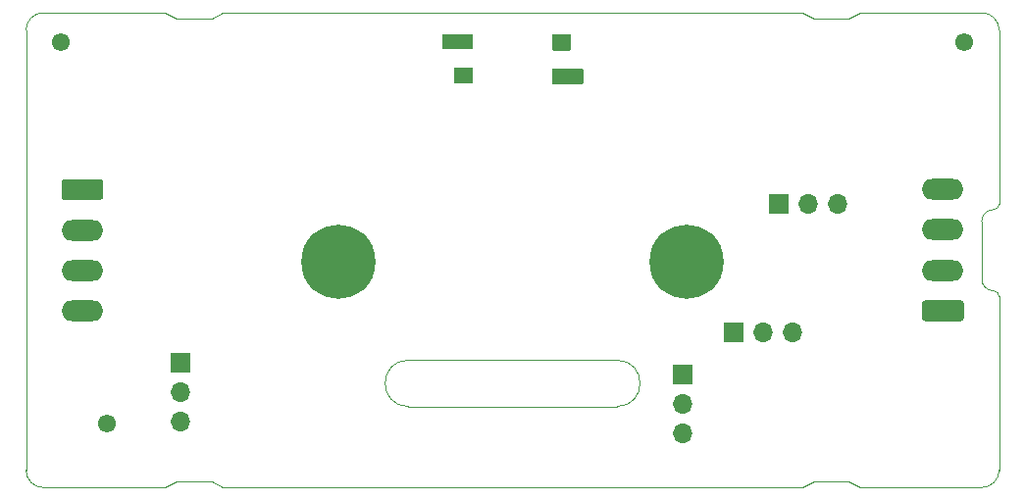
<source format=gbs>
G04 #@! TF.GenerationSoftware,KiCad,Pcbnew,6.0.11+dfsg-1*
G04 #@! TF.ProjectId,project,70726f6a-6563-4742-9e6b-696361645f70,rev?*
G04 #@! TF.SameCoordinates,Original*
G04 #@! TF.FileFunction,Soldermask,Bot*
G04 #@! TF.FilePolarity,Negative*
%FSLAX46Y46*%
G04 Gerber Fmt 4.6, Leading zero omitted, Abs format (unit mm)*
%MOMM*%
%LPD*%
G01*
G04 APERTURE LIST*
G04 #@! TA.AperFunction,Profile*
%ADD10C,0.100000*%
G04 #@! TD*
%ADD11C,1.552000*%
%ADD12O,3.600000X1.800000*%
%ADD13C,6.400000*%
%ADD14C,0.900000*%
%ADD15R,1.700000X1.700000*%
%ADD16O,1.700000X1.700000*%
G04 APERTURE END LIST*
D10*
X197262500Y-114037500D02*
X198262500Y-113537500D01*
X142262500Y-154037499D02*
X143262500Y-154537500D01*
X177262500Y-147537500D02*
G75*
G03*
X177262500Y-143537500I0J2000000D01*
G01*
X139262500Y-154037500D02*
X142262500Y-154037499D01*
X194262500Y-154037500D02*
X197262500Y-154037499D01*
X208762500Y-131537500D02*
X208762500Y-136537500D01*
X139262500Y-114037500D02*
X142262500Y-114037500D01*
X208762500Y-154537500D02*
G75*
G03*
X210262500Y-153037500I0J1500000D01*
G01*
X142262500Y-114037500D02*
X143262500Y-113537500D01*
X208762500Y-136537500D02*
G75*
G03*
X209762500Y-137537500I1000000J0D01*
G01*
X198262500Y-113537500D02*
X208762500Y-113537500D01*
X209762500Y-130537500D02*
G75*
G03*
X208762500Y-131537500I0J-1000000D01*
G01*
X138262500Y-113537500D02*
X127762500Y-113537500D01*
X126262500Y-153037500D02*
X126262500Y-115037500D01*
X210262500Y-138037500D02*
X210262500Y-153037500D01*
X127762500Y-113537500D02*
G75*
G03*
X126262500Y-115037500I0J-1500000D01*
G01*
X198262500Y-154537500D02*
X208762500Y-154537500D01*
X197262500Y-154037499D02*
X198262500Y-154537500D01*
X194262500Y-114037500D02*
X197262500Y-114037500D01*
X210262500Y-138037500D02*
G75*
G03*
X209762500Y-137537500I-500000J0D01*
G01*
X138262500Y-154537499D02*
X127762500Y-154537500D01*
X139262500Y-114037500D02*
X138262500Y-113537500D01*
X177262500Y-147537500D02*
X159262500Y-147537500D01*
X126262500Y-153037500D02*
G75*
G03*
X127762500Y-154537500I1500000J0D01*
G01*
X159262500Y-143537500D02*
X177262500Y-143537500D01*
X139262500Y-154037500D02*
X138262500Y-154537499D01*
X209762500Y-130537500D02*
G75*
G03*
X210262500Y-130037500I0J500000D01*
G01*
X210262500Y-130037500D02*
X210262500Y-115037500D01*
X159262500Y-143537500D02*
G75*
G03*
X159262500Y-147537500I0J-2000000D01*
G01*
X143262500Y-113537500D02*
X193262500Y-113537500D01*
X210262500Y-115037500D02*
G75*
G03*
X208762500Y-113537500I-1500000J0D01*
G01*
X194262500Y-154037500D02*
X193262500Y-154537499D01*
X194262500Y-114037500D02*
X193262500Y-113537500D01*
X193262500Y-154537499D02*
X143262500Y-154537500D01*
D11*
X129262500Y-116037500D03*
G36*
G01*
X173287500Y-115477500D02*
X173287500Y-116737500D01*
G75*
G02*
X173217500Y-116807500I-70000J0D01*
G01*
X171757500Y-116807500D01*
G75*
G02*
X171687500Y-116737500I0J70000D01*
G01*
X171687500Y-115477500D01*
G75*
G02*
X171757500Y-115407500I70000J0D01*
G01*
X173217500Y-115407500D01*
G75*
G02*
X173287500Y-115477500I0J-70000D01*
G01*
G37*
G36*
G01*
X164862500Y-115452500D02*
X164862500Y-116622500D01*
G75*
G02*
X164797500Y-116687500I-65000J0D01*
G01*
X162227500Y-116687500D01*
G75*
G02*
X162162500Y-116622500I0J65000D01*
G01*
X162162500Y-115452500D01*
G75*
G02*
X162227500Y-115387500I65000J0D01*
G01*
X164797500Y-115387500D01*
G75*
G02*
X164862500Y-115452500I0J-65000D01*
G01*
G37*
G36*
G01*
X174362500Y-118452500D02*
X174362500Y-119622500D01*
G75*
G02*
X174297500Y-119687500I-65000J0D01*
G01*
X171727500Y-119687500D01*
G75*
G02*
X171662500Y-119622500I0J65000D01*
G01*
X171662500Y-118452500D01*
G75*
G02*
X171727500Y-118387500I65000J0D01*
G01*
X174297500Y-118387500D01*
G75*
G02*
X174362500Y-118452500I0J-65000D01*
G01*
G37*
G36*
G01*
X164837500Y-118337500D02*
X164837500Y-119597500D01*
G75*
G02*
X164767500Y-119667500I-70000J0D01*
G01*
X163307500Y-119667500D01*
G75*
G02*
X163237500Y-119597500I0J70000D01*
G01*
X163237500Y-118337500D01*
G75*
G02*
X163307500Y-118267500I70000J0D01*
G01*
X164767500Y-118267500D01*
G75*
G02*
X164837500Y-118337500I0J-70000D01*
G01*
G37*
G36*
G01*
X206955000Y-140170000D02*
X203855000Y-140170000D01*
G75*
G02*
X203605000Y-139920000I0J250000D01*
G01*
X203605000Y-138620000D01*
G75*
G02*
X203855000Y-138370000I250000J0D01*
G01*
X206955000Y-138370000D01*
G75*
G02*
X207205000Y-138620000I0J-250000D01*
G01*
X207205000Y-139920000D01*
G75*
G02*
X206955000Y-140170000I-250000J0D01*
G01*
G37*
D12*
X205405000Y-135770000D03*
X205405000Y-132270000D03*
X205405000Y-128770000D03*
D13*
X153262500Y-135037500D03*
D14*
X151565444Y-133340444D03*
X150862500Y-135037500D03*
X153262500Y-132637500D03*
X153262500Y-137437500D03*
X154959556Y-133340444D03*
X154959556Y-136734556D03*
X155662500Y-135037500D03*
X151565444Y-136734556D03*
D11*
X207262500Y-116037500D03*
D14*
X183262500Y-137437500D03*
X181565444Y-133340444D03*
X180862500Y-135037500D03*
X183262500Y-132637500D03*
X185662500Y-135037500D03*
X184959556Y-133340444D03*
X184959556Y-136734556D03*
X181565444Y-136734556D03*
D13*
X183262500Y-135037500D03*
G36*
G01*
X129570000Y-127905000D02*
X132670000Y-127905000D01*
G75*
G02*
X132920000Y-128155000I0J-250000D01*
G01*
X132920000Y-129455000D01*
G75*
G02*
X132670000Y-129705000I-250000J0D01*
G01*
X129570000Y-129705000D01*
G75*
G02*
X129320000Y-129455000I0J250000D01*
G01*
X129320000Y-128155000D01*
G75*
G02*
X129570000Y-127905000I250000J0D01*
G01*
G37*
D12*
X131120000Y-132305000D03*
X131120000Y-135805000D03*
X131120000Y-139305000D03*
D11*
X133262500Y-149037500D03*
D15*
X187337500Y-141137500D03*
D16*
X189877500Y-141137500D03*
X192417500Y-141137500D03*
D15*
X182962500Y-144812500D03*
D16*
X182962500Y-147352500D03*
X182962500Y-149892500D03*
D15*
X139587500Y-143785000D03*
D16*
X139587500Y-146325000D03*
X139587500Y-148865000D03*
D15*
X191222500Y-130037500D03*
D16*
X193762500Y-130037500D03*
X196302500Y-130037500D03*
M02*

</source>
